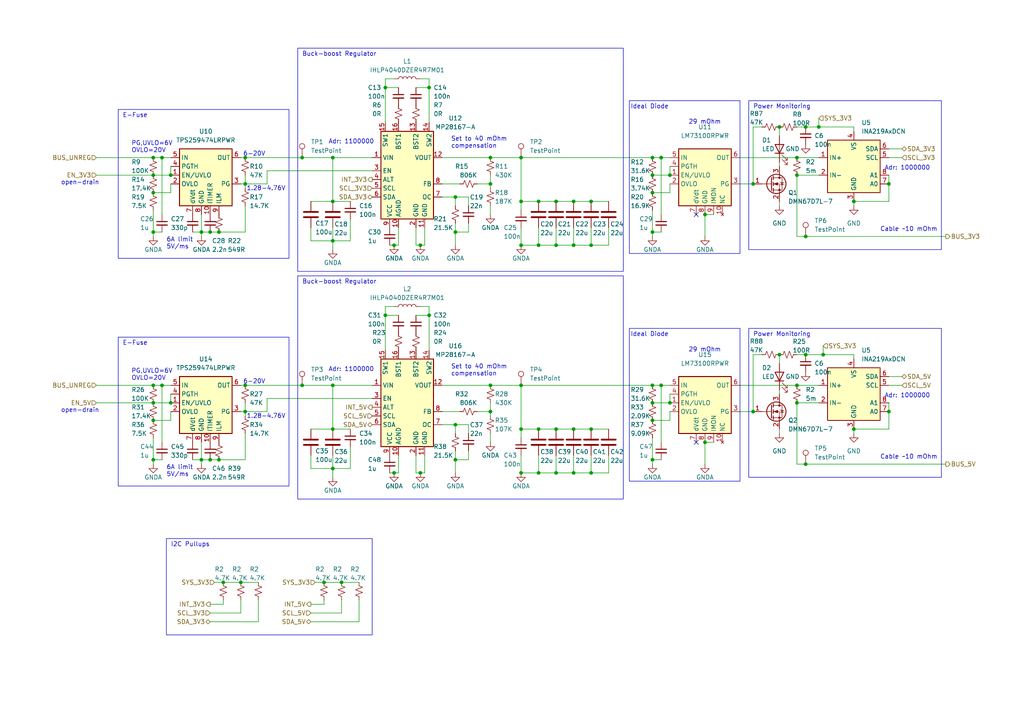
<source format=kicad_sch>
(kicad_sch (version 20230121) (generator eeschema)
  (paper "A4")
  (title_block (title "ESL GSU Top Level Schematic") (date "2024-01-18") (rev "1") (company "Electronic Systems Laboratory"))
  (lib_symbols
    (symbol "Connector:TestPoint" (pin_numbers hide) (pin_names (offset 0.762) hide)
      (property "Reference" "TP" (at 0 6.858 0))
      (property "Value" "TestPoint" (at 0 5.08 0))
      (symbol "TestPoint_1_1"
        (pin passive line (at 0 0 90) (length 2.54) (name "1") (number "1"))
      )
    )
    (symbol "Device:C" (pin_numbers hide) (pin_names (offset 0.254))
      (property "Reference" "C" (at 0.635 2.54 0))
      (property "Value" "C" (at 0.635 -2.54 0))
      (symbol "C_1_1"
        (pin passive line (at 0 3.81 270) (length 2.794) (name "~") (number "1"))
        (pin passive line (at 0 -3.81 90) (length 2.794) (name "~") (number "2"))
      )
    )
    (symbol "Device:C_Small" (pin_numbers hide) (pin_names (offset 0.254) hide)
      (property "Reference" "C" (at 0.254 1.778 0))
      (property "Value" "C_Small" (at 0.254 -2.032 0))
      (symbol "C_Small_1_1"
        (pin passive line (at 0 2.54 270) (length 2.032) (name "~") (number "1"))
        (pin passive line (at 0 -2.54 90) (length 2.032) (name "~") (number "2"))
      )
    )
    (symbol "Device:L" (pin_numbers hide) (pin_names (offset 1.016) hide)
      (property "Reference" "L" (at -1.27 0 90))
      (property "Value" "L" (at 1.905 0 90))
      (symbol "L_1_1"
        (pin passive line (at 0 3.81 270) (length 1.27) (name "1") (number "1"))
        (pin passive line (at 0 -3.81 90) (length 1.27) (name "2") (number "2"))
      )
    )
    (symbol "Device:LED" (pin_numbers hide) (pin_names (offset 1.016) hide)
      (property "Reference" "D" (at 0 2.54 0))
      (property "Value" "LED" (at 0 -2.54 0))
      (symbol "LED_1_1"
        (pin passive line (at -3.81 0 0) (length 2.54) (name "K") (number "1"))
        (pin passive line (at 3.81 0 180) (length 2.54) (name "A") (number "2"))
      )
    )
    (symbol "Device:R_Small_US" (pin_numbers hide) (pin_names (offset 0.254) hide)
      (property "Reference" "R" (at 0.762 0.508 0))
      (property "Value" "R_Small_US" (at 0.762 -1.016 0))
      (symbol "R_Small_US_1_1"
        (pin passive line (at 0 2.54 270) (length 1.016) (name "~") (number "1"))
        (pin passive line (at 0 -2.54 90) (length 1.016) (name "~") (number "2"))
      )
    )
    (symbol "ESLGSU_Parts_Lib:LM73100"
      (property "Reference" "U" (at -7.62 7.62 0))
      (property "Value" "LM73100RPWR" (at 3.81 7.62 0))
      (symbol "LM73100_1_1"
        (pin input line (at -10.16 -1.27 0) (length 2.54) (name "EN/UVLO") (number "1"))
        (pin no_connect line (at 5.08 -12.7 90) (length 2.54) (name "NC") (number "10"))
        (pin input line (at -10.16 -3.81 0) (length 2.54) (name "OVLO") (number "2"))
        (pin open_collector line (at 10.16 -3.81 180) (length 2.54) (name "PG") (number "3"))
        (pin input line (at -10.16 1.27 0) (length 2.54) (name "PGTH") (number "4"))
        (pin power_in line (at -10.16 3.81 0) (length 2.54) (name "IN") (number "5"))
        (pin power_out line (at 10.16 3.81 180) (length 2.54) (name "OUT") (number "6"))
        (pin passive line (at -2.54 -12.7 90) (length 2.54) (name "dVdt") (number "7"))
        (pin power_in line (at 0 -12.7 90) (length 2.54) (name "GND") (number "8"))
        (pin output line (at 2.54 -12.7 90) (length 2.54) (name "IMON") (number "9"))
      )
    )
    (symbol "ESLGSU_Parts_Lib:MP28167-A"
      (property "Reference" "U" (at 16.51 -5.08 0))
      (property "Value" "MP28167-A" (at 20.32 -7.62 0))
      (symbol "MP28167-A_1_1"
        (pin power_in line (at -10.16 7.62 0) (length 2.54) (name "VIN") (number "1"))
        (pin power_in line (at -2.54 -12.7 90) (length 2.54) (name "AGND") (number "10"))
        (pin power_in line (at 5.08 -12.7 90) (length 2.54) (name "GND") (number "11"))
        (pin power_out line (at 10.16 7.62 180) (length 2.54) (name "VOUT") (number "12"))
        (pin passive line (at 2.54 17.78 270) (length 2.54) (name "BST2") (number "13"))
        (pin passive line (at 6.35 17.78 270) (length 2.54) (name "SW2") (number "14"))
        (pin passive line (at -6.35 17.78 270) (length 2.54) (name "SW1") (number "15"))
        (pin passive line (at -2.54 17.78 270) (length 2.54) (name "BST1") (number "16"))
        (pin power_in line (at 2.54 -12.7 90) (length 2.54) (name "GND") (number "2"))
        (pin input line (at -10.16 3.81 0) (length 2.54) (name "EN") (number "3"))
        (pin open_collector line (at -10.16 1.27 0) (length 2.54) (name "ALT") (number "4"))
        (pin input line (at -10.16 -1.27 0) (length 2.54) (name "SCL") (number "5"))
        (pin input line (at -10.16 -3.81 0) (length 2.54) (name "SDA") (number "6"))
        (pin passive line (at 10.16 -3.81 180) (length 2.54) (name "OC") (number "7"))
        (pin input line (at 10.16 0 180) (length 2.54) (name "FB") (number "8"))
        (pin power_in line (at -5.08 -12.7 90) (length 2.54) (name "VCC") (number "9"))
      )
    )
    (symbol "ESLGSU_Parts_Lib:TPS259474ARPWR"
      (property "Reference" "U" (at -5.08 10.16 0))
      (property "Value" "TPS259474LRPWR" (at 11.43 10.16 0))
      (symbol "TPS259474ARPWR_1_1"
        (pin input line (at -10.16 0 0) (length 2.54) (name "EN/UVLO") (number "1"))
        (pin passive line (at 1.27 -11.43 90) (length 2.54) (name "ITIMER") (number "10"))
        (pin input line (at -10.16 -2.54 0) (length 2.54) (name "OVLO") (number "2"))
        (pin open_collector line (at 10.16 -2.54 180) (length 2.54) (name "PG") (number "3"))
        (pin input line (at -10.16 2.54 0) (length 2.54) (name "PGTH") (number "4"))
        (pin power_in line (at -10.16 5.08 0) (length 2.54) (name "IN") (number "5"))
        (pin power_out line (at 10.16 5.08 180) (length 2.54) (name "OUT") (number "6"))
        (pin passive line (at -3.81 -11.43 90) (length 2.54) (name "dVdt") (number "7"))
        (pin power_in line (at -1.27 -11.43 90) (length 2.54) (name "GND") (number "8"))
        (pin output line (at 3.81 -11.43 90) (length 2.54) (name "ILM") (number "9"))
      )
    )
    (symbol "Sensor_Energy:INA219AxDCN"
      (property "Reference" "U" (at -6.35 8.89 0))
      (property "Value" "INA219AxDCN" (at 6.35 8.89 0))
      (symbol "INA219AxDCN_1_1"
        (pin input line (at -10.16 2.54 0) (length 2.54) (name "IN+") (number "1"))
        (pin input line (at -10.16 -2.54 0) (length 2.54) (name "IN-") (number "2"))
        (pin power_in line (at 0 -10.16 90) (length 2.54) (name "GND") (number "3"))
        (pin power_in line (at 0 10.16 270) (length 2.54) (name "VS") (number "4"))
        (pin input line (at 10.16 2.54 180) (length 2.54) (name "SCL") (number "5"))
        (pin bidirectional line (at 10.16 5.08 180) (length 2.54) (name "SDA") (number "6"))
        (pin input line (at 10.16 -5.08 180) (length 2.54) (name "A0") (number "7"))
        (pin input line (at 10.16 -2.54 180) (length 2.54) (name "A1") (number "8"))
      )
    )
    (symbol "Transistor_FET:DMN67D7L" (pin_names hide)
      (property "Reference" "Q" (at 5.08 1.905 0))
      (property "Value" "DMN67D7L" (at 5.08 0 0))
      (symbol "DMN67D7L_1_1"
        (pin input line (at -5.08 0 0) (length 2.54) (name "G") (number "1"))
        (pin passive line (at 2.54 -5.08 90) (length 2.54) (name "S") (number "2"))
        (pin passive line (at 2.54 5.08 270) (length 2.54) (name "D") (number "3"))
      )
    )
    (symbol "power:GND" (power) (pin_names (offset 0))
      (property "Value" "GND" (at 0 -3.81 0))
      (symbol "GND_1_1"
        (pin power_in line (at 0 0 270) (length 0) hide (name "GND") (number "1"))
      )
    )
    (symbol "power:GNDA" (power) (pin_names (offset 0))
      (property "Value" "GNDA" (at 0 -3.81 0))
      (symbol "GNDA_1_1"
        (pin power_in line (at 0 0 270) (length 0) hide (name "GNDA") (number "1"))
      )
    )
  )
  (junction (at 111.76 91.44))
  (junction (at 49.53 50.8))
  (junction (at 238.76 102.87))
  (junction (at 189.23 45.72))
  (junction (at 44.45 121.92))
  (junction (at 156.21 58.42))
  (junction (at 96.52 111.76))
  (junction (at 233.68 36.83))
  (junction (at 166.37 58.42))
  (junction (at 96.52 124.46))
  (junction (at 194.31 50.8))
  (junction (at 204.47 62.23))
  (junction (at 226.06 102.87))
  (junction (at 151.13 111.76))
  (junction (at 64.77 168.91))
  (junction (at 99.06 168.91))
  (junction (at 189.23 116.84))
  (junction (at 151.13 124.46))
  (junction (at 44.45 133.35))
  (junction (at 71.12 119.38))
  (junction (at 121.92 71.12))
  (junction (at 257.81 53.34))
  (junction (at 58.42 133.35))
  (junction (at 247.65 58.42))
  (junction (at 189.23 111.76))
  (junction (at 49.53 116.84))
  (junction (at 191.77 111.76))
  (junction (at 124.46 25.4))
  (junction (at 142.24 53.34))
  (junction (at 189.23 133.35))
  (junction (at 44.45 116.84))
  (junction (at 171.45 58.42))
  (junction (at 237.49 36.83))
  (junction (at 111.76 25.4))
  (junction (at 87.63 45.72))
  (junction (at 151.13 137.16))
  (junction (at 161.29 71.12))
  (junction (at 166.37 137.16))
  (junction (at 96.52 58.42))
  (junction (at 44.45 67.31))
  (junction (at 44.45 111.76))
  (junction (at 161.29 124.46))
  (junction (at 71.12 45.72))
  (junction (at 156.21 124.46))
  (junction (at 96.52 135.89))
  (junction (at 171.45 71.12))
  (junction (at 132.08 133.35))
  (junction (at 156.21 137.16))
  (junction (at 142.24 111.76))
  (junction (at 189.23 67.31))
  (junction (at 121.92 137.16))
  (junction (at 151.13 58.42))
  (junction (at 46.99 45.72))
  (junction (at 142.24 45.72))
  (junction (at 87.63 111.76))
  (junction (at 233.68 102.87))
  (junction (at 96.52 45.72))
  (junction (at 63.5 133.35))
  (junction (at 166.37 124.46))
  (junction (at 151.13 45.72))
  (junction (at 44.45 50.8))
  (junction (at 156.21 71.12))
  (junction (at 46.99 111.76))
  (junction (at 161.29 137.16))
  (junction (at 189.23 121.92))
  (junction (at 132.08 67.31))
  (junction (at 218.44 119.38))
  (junction (at 44.45 45.72))
  (junction (at 226.06 36.83))
  (junction (at 142.24 119.38))
  (junction (at 189.23 55.88))
  (junction (at 60.96 67.31))
  (junction (at 96.52 69.85))
  (junction (at 132.08 57.15))
  (junction (at 257.81 119.38))
  (junction (at 161.29 58.42))
  (junction (at 189.23 50.8))
  (junction (at 60.96 133.35))
  (junction (at 58.42 67.31))
  (junction (at 114.3 137.16))
  (junction (at 132.08 123.19))
  (junction (at 204.47 128.27))
  (junction (at 93.98 168.91))
  (junction (at 71.12 111.76))
  (junction (at 231.14 111.76))
  (junction (at 114.3 71.12))
  (junction (at 44.45 55.88))
  (junction (at 171.45 137.16))
  (junction (at 247.65 124.46))
  (junction (at 233.68 134.62))
  (junction (at 63.5 67.31))
  (junction (at 124.46 91.44))
  (junction (at 233.68 68.58))
  (junction (at 218.44 53.34))
  (junction (at 151.13 71.12))
  (junction (at 166.37 71.12))
  (junction (at 231.14 50.8))
  (junction (at 231.14 45.72))
  (junction (at 171.45 124.46))
  (junction (at 69.85 168.91))
  (junction (at 231.14 116.84))
  (junction (at 71.12 53.34))
  (junction (at 194.31 116.84))
  (junction (at 191.77 45.72))
  (no_connect (at 201.93 128.27))
  (no_connect (at 201.93 62.23))
  (wire (pts (xy 90.17 124.46) (xy 96.52 124.46)))
  (wire (pts (xy 96.52 135.89) (xy 96.52 138.43)))
  (wire (pts (xy 261.62 45.72) (xy 257.81 45.72)))
  (wire (pts (xy 60.96 177.8) (xy 69.85 177.8)))
  (wire (pts (xy 247.65 36.83) (xy 247.65 38.1)))
  (wire (pts (xy 189.23 45.72) (xy 191.77 45.72)))
  (wire (pts (xy 132.08 57.15) (xy 132.08 59.69)))
  (wire (pts (xy 27.94 116.84) (xy 44.45 116.84)))
  (wire (pts (xy 123.19 71.12) (xy 121.92 71.12)))
  (wire (pts (xy 247.65 125.73) (xy 247.65 124.46)))
  (wire (pts (xy 257.81 53.34) (xy 257.81 58.42)))
  (wire (pts (xy 87.63 111.76) (xy 96.52 111.76)))
  (wire (pts (xy 261.62 111.76) (xy 257.81 111.76)))
  (wire (pts (xy 142.24 45.72) (xy 151.13 45.72)))
  (wire (pts (xy 111.76 88.9) (xy 111.76 91.44)))
  (wire (pts (xy 156.21 124.46) (xy 161.29 124.46)))
  (wire (pts (xy 166.37 58.42) (xy 171.45 58.42)))
  (wire (pts (xy 247.65 102.87) (xy 247.65 104.14)))
  (wire (pts (xy 49.53 53.34) (xy 49.53 55.88)))
  (wire (pts (xy 142.24 119.38) (xy 142.24 120.65)))
  (wire (pts (xy 142.24 59.69) (xy 142.24 62.23)))
  (wire (pts (xy 214.63 119.38) (xy 218.44 119.38)))
  (wire (pts (xy 233.68 68.58) (xy 274.32 68.58)))
  (wire (pts (xy 71.12 59.69) (xy 71.12 67.31)))
  (wire (pts (xy 238.76 102.87) (xy 247.65 102.87)))
  (wire (pts (xy 114.3 137.16) (xy 113.03 137.16)))
  (wire (pts (xy 101.6 135.89) (xy 101.6 129.54)))
  (wire (pts (xy 71.12 119.38) (xy 71.12 120.65)))
  (wire (pts (xy 46.99 111.76) (xy 46.99 128.27)))
  (wire (pts (xy 156.21 71.12) (xy 161.29 71.12)))
  (wire (pts (xy 132.08 67.31) (xy 132.08 64.77)))
  (wire (pts (xy 231.14 50.8) (xy 231.14 68.58)))
  (wire (pts (xy 111.76 91.44) (xy 111.76 101.6)))
  (wire (pts (xy 49.53 114.3) (xy 49.53 116.84)))
  (wire (pts (xy 93.98 168.91) (xy 99.06 168.91)))
  (wire (pts (xy 231.14 134.62) (xy 233.68 134.62)))
  (wire (pts (xy 194.31 48.26) (xy 194.31 50.8)))
  (wire (pts (xy 111.76 25.4) (xy 115.57 25.4)))
  (wire (pts (xy 189.23 133.35) (xy 189.23 134.62)))
  (wire (pts (xy 121.92 22.86) (xy 124.46 22.86)))
  (wire (pts (xy 46.99 45.72) (xy 49.53 45.72)))
  (wire (pts (xy 114.3 88.9) (xy 111.76 88.9)))
  (wire (pts (xy 90.17 175.26) (xy 93.98 175.26)))
  (wire (pts (xy 151.13 124.46) (xy 151.13 111.76)))
  (wire (pts (xy 71.12 111.76) (xy 87.63 111.76)))
  (wire (pts (xy 96.52 111.76) (xy 96.52 124.46)))
  (wire (pts (xy 135.89 123.19) (xy 132.08 123.19)))
  (wire (pts (xy 138.43 119.38) (xy 142.24 119.38)))
  (wire (pts (xy 96.52 58.42) (xy 101.6 58.42)))
  (wire (pts (xy 58.42 128.27) (xy 58.42 133.35)))
  (wire (pts (xy 189.23 127) (xy 189.23 133.35)))
  (wire (pts (xy 107.95 49.53) (xy 77.47 49.53)))
  (wire (pts (xy 49.53 55.88) (xy 44.45 55.88)))
  (wire (pts (xy 71.12 45.72) (xy 87.63 45.72)))
  (wire (pts (xy 69.85 53.34) (xy 71.12 53.34)))
  (wire (pts (xy 49.53 119.38) (xy 49.53 121.92)))
  (wire (pts (xy 156.21 132.08) (xy 156.21 137.16)))
  (wire (pts (xy 120.65 91.44) (xy 124.46 91.44)))
  (wire (pts (xy 69.85 111.76) (xy 71.12 111.76)))
  (wire (pts (xy 226.06 46.99) (xy 226.06 48.26)))
  (wire (pts (xy 231.14 45.72) (xy 237.49 45.72)))
  (wire (pts (xy 214.63 111.76) (xy 231.14 111.76)))
  (wire (pts (xy 156.21 58.42) (xy 161.29 58.42)))
  (wire (pts (xy 191.77 45.72) (xy 191.77 62.23)))
  (wire (pts (xy 77.47 53.34) (xy 71.12 53.34)))
  (wire (pts (xy 189.23 67.31) (xy 191.77 67.31)))
  (wire (pts (xy 189.23 111.76) (xy 191.77 111.76)))
  (wire (pts (xy 96.52 69.85) (xy 96.52 72.39)))
  (wire (pts (xy 90.17 177.8) (xy 99.06 177.8)))
  (wire (pts (xy 161.29 71.12) (xy 166.37 71.12)))
  (wire (pts (xy 58.42 133.35) (xy 58.42 134.62)))
  (wire (pts (xy 107.95 115.57) (xy 77.47 115.57)))
  (wire (pts (xy 90.17 132.08) (xy 90.17 135.89)))
  (wire (pts (xy 204.47 62.23) (xy 204.47 68.58)))
  (wire (pts (xy 220.98 36.83) (xy 218.44 36.83)))
  (wire (pts (xy 231.14 50.8) (xy 237.49 50.8)))
  (wire (pts (xy 142.24 125.73) (xy 142.24 128.27)))
  (wire (pts (xy 171.45 137.16) (xy 171.45 132.08)))
  (wire (pts (xy 44.45 133.35) (xy 44.45 134.62)))
  (wire (pts (xy 166.37 71.12) (xy 166.37 66.04)))
  (wire (pts (xy 58.42 67.31) (xy 58.42 68.58)))
  (wire (pts (xy 69.85 168.91) (xy 74.93 168.91)))
  (wire (pts (xy 238.76 100.33) (xy 238.76 102.87)))
  (wire (pts (xy 60.96 67.31) (xy 63.5 67.31)))
  (wire (pts (xy 46.99 45.72) (xy 46.99 62.23)))
  (wire (pts (xy 69.85 177.8) (xy 69.85 173.99)))
  (wire (pts (xy 214.63 53.34) (xy 218.44 53.34)))
  (wire (pts (xy 214.63 45.72) (xy 231.14 45.72)))
  (wire (pts (xy 27.94 111.76) (xy 44.45 111.76)))
  (wire (pts (xy 231.14 102.87) (xy 233.68 102.87)))
  (wire (pts (xy 220.98 102.87) (xy 218.44 102.87)))
  (wire (pts (xy 44.45 67.31) (xy 44.45 68.58)))
  (wire (pts (xy 71.12 116.84) (xy 71.12 119.38)))
  (wire (pts (xy 135.89 57.15) (xy 132.08 57.15)))
  (wire (pts (xy 60.96 175.26) (xy 64.77 175.26)))
  (wire (pts (xy 44.45 133.35) (xy 46.99 133.35)))
  (wire (pts (xy 176.53 71.12) (xy 176.53 66.04)))
  (wire (pts (xy 64.77 175.26) (xy 64.77 173.99)))
  (wire (pts (xy 44.45 67.31) (xy 46.99 67.31)))
  (wire (pts (xy 90.17 135.89) (xy 96.52 135.89)))
  (wire (pts (xy 132.08 133.35) (xy 132.08 137.16)))
  (wire (pts (xy 132.08 133.35) (xy 132.08 130.81)))
  (wire (pts (xy 121.92 88.9) (xy 124.46 88.9)))
  (wire (pts (xy 44.45 111.76) (xy 46.99 111.76)))
  (wire (pts (xy 55.88 133.35) (xy 58.42 133.35)))
  (wire (pts (xy 69.85 45.72) (xy 71.12 45.72)))
  (wire (pts (xy 99.06 177.8) (xy 99.06 173.99)))
  (wire (pts (xy 71.12 133.35) (xy 63.5 133.35)))
  (wire (pts (xy 142.24 53.34) (xy 142.24 54.61)))
  (wire (pts (xy 191.77 111.76) (xy 194.31 111.76)))
  (wire (pts (xy 226.06 58.42) (xy 226.06 59.69)))
  (wire (pts (xy 49.53 121.92) (xy 44.45 121.92)))
  (wire (pts (xy 90.17 69.85) (xy 96.52 69.85)))
  (wire (pts (xy 77.47 115.57) (xy 77.47 119.38)))
  (wire (pts (xy 176.53 137.16) (xy 176.53 132.08)))
  (wire (pts (xy 135.89 125.73) (xy 135.89 123.19)))
  (wire (pts (xy 58.42 62.23) (xy 58.42 67.31)))
  (wire (pts (xy 189.23 116.84) (xy 194.31 116.84)))
  (wire (pts (xy 120.65 66.04) (xy 120.65 71.12)))
  (wire (pts (xy 151.13 111.76) (xy 189.23 111.76)))
  (wire (pts (xy 218.44 102.87) (xy 218.44 119.38)))
  (wire (pts (xy 231.14 36.83) (xy 233.68 36.83)))
  (wire (pts (xy 191.77 111.76) (xy 191.77 128.27)))
  (wire (pts (xy 171.45 137.16) (xy 176.53 137.16)))
  (wire (pts (xy 44.45 45.72) (xy 46.99 45.72)))
  (wire (pts (xy 128.27 119.38) (xy 133.35 119.38)))
  (wire (pts (xy 247.65 59.69) (xy 247.65 58.42)))
  (wire (pts (xy 132.08 67.31) (xy 135.89 67.31)))
  (wire (pts (xy 58.42 67.31) (xy 60.96 67.31)))
  (wire (pts (xy 233.68 102.87) (xy 238.76 102.87)))
  (wire (pts (xy 128.27 57.15) (xy 132.08 57.15)))
  (wire (pts (xy 226.06 102.87) (xy 226.06 105.41)))
  (wire (pts (xy 120.65 132.08) (xy 120.65 137.16)))
  (wire (pts (xy 96.52 45.72) (xy 96.52 58.42)))
  (wire (pts (xy 237.49 36.83) (xy 247.65 36.83)))
  (wire (pts (xy 77.47 119.38) (xy 71.12 119.38)))
  (wire (pts (xy 189.23 67.31) (xy 189.23 68.58)))
  (wire (pts (xy 135.89 59.69) (xy 135.89 57.15)))
  (wire (pts (xy 257.81 58.42) (xy 247.65 58.42)))
  (wire (pts (xy 123.19 137.16) (xy 121.92 137.16)))
  (wire (pts (xy 71.12 50.8) (xy 71.12 53.34)))
  (wire (pts (xy 233.68 36.83) (xy 237.49 36.83)))
  (wire (pts (xy 151.13 60.96) (xy 151.13 58.42)))
  (wire (pts (xy 121.92 71.12) (xy 120.65 71.12)))
  (wire (pts (xy 166.37 137.16) (xy 166.37 132.08)))
  (wire (pts (xy 135.89 67.31) (xy 135.89 64.77)))
  (wire (pts (xy 204.47 128.27) (xy 207.01 128.27)))
  (wire (pts (xy 226.06 36.83) (xy 226.06 39.37)))
  (wire (pts (xy 77.47 49.53) (xy 77.47 53.34)))
  (wire (pts (xy 115.57 66.04) (xy 115.57 71.12)))
  (wire (pts (xy 60.96 133.35) (xy 63.5 133.35)))
  (wire (pts (xy 261.62 43.18) (xy 257.81 43.18)))
  (wire (pts (xy 226.06 124.46) (xy 226.06 125.73)))
  (wire (pts (xy 171.45 58.42) (xy 176.53 58.42)))
  (wire (pts (xy 49.53 48.26) (xy 49.53 50.8)))
  (wire (pts (xy 111.76 22.86) (xy 111.76 25.4)))
  (wire (pts (xy 128.27 45.72) (xy 142.24 45.72)))
  (wire (pts (xy 58.42 133.35) (xy 60.96 133.35)))
  (wire (pts (xy 257.81 116.84) (xy 257.81 119.38)))
  (wire (pts (xy 44.45 50.8) (xy 49.53 50.8)))
  (wire (pts (xy 46.99 111.76) (xy 49.53 111.76)))
  (wire (pts (xy 189.23 50.8) (xy 194.31 50.8)))
  (wire (pts (xy 218.44 36.83) (xy 218.44 53.34)))
  (wire (pts (xy 171.45 124.46) (xy 176.53 124.46)))
  (wire (pts (xy 128.27 53.34) (xy 133.35 53.34)))
  (wire (pts (xy 132.08 67.31) (xy 132.08 71.12)))
  (wire (pts (xy 71.12 67.31) (xy 63.5 67.31)))
  (wire (pts (xy 114.3 71.12) (xy 113.03 71.12)))
  (wire (pts (xy 161.29 58.42) (xy 166.37 58.42)))
  (wire (pts (xy 226.06 113.03) (xy 226.06 114.3)))
  (wire (pts (xy 124.46 88.9) (xy 124.46 91.44)))
  (wire (pts (xy 115.57 132.08) (xy 115.57 137.16)))
  (wire (pts (xy 27.94 45.72) (xy 44.45 45.72)))
  (wire (pts (xy 194.31 121.92) (xy 189.23 121.92)))
  (wire (pts (xy 231.14 116.84) (xy 237.49 116.84)))
  (wire (pts (xy 132.08 123.19) (xy 132.08 125.73)))
  (wire (pts (xy 156.21 137.16) (xy 161.29 137.16)))
  (wire (pts (xy 151.13 58.42) (xy 151.13 45.72)))
  (wire (pts (xy 111.76 25.4) (xy 111.76 35.56)))
  (wire (pts (xy 60.96 180.34) (xy 74.93 180.34)))
  (wire (pts (xy 151.13 127) (xy 151.13 124.46)))
  (wire (pts (xy 194.31 114.3) (xy 194.31 116.84)))
  (wire (pts (xy 257.81 124.46) (xy 247.65 124.46)))
  (wire (pts (xy 257.81 50.8) (xy 257.81 53.34)))
  (wire (pts (xy 96.52 45.72) (xy 107.95 45.72)))
  (wire (pts (xy 96.52 124.46) (xy 101.6 124.46)))
  (wire (pts (xy 171.45 71.12) (xy 176.53 71.12)))
  (wire (pts (xy 120.65 25.4) (xy 124.46 25.4)))
  (wire (pts (xy 161.29 137.16) (xy 161.29 132.08)))
  (wire (pts (xy 44.45 60.96) (xy 44.45 67.31)))
  (wire (pts (xy 237.49 34.29) (xy 237.49 36.83)))
  (wire (pts (xy 156.21 66.04) (xy 156.21 71.12)))
  (wire (pts (xy 44.45 127) (xy 44.45 133.35)))
  (wire (pts (xy 71.12 53.34) (xy 71.12 54.61)))
  (wire (pts (xy 27.94 50.8) (xy 44.45 50.8)))
  (wire (pts (xy 151.13 45.72) (xy 189.23 45.72)))
  (wire (pts (xy 123.19 66.04) (xy 123.19 71.12)))
  (wire (pts (xy 142.24 111.76) (xy 151.13 111.76)))
  (wire (pts (xy 91.44 168.91) (xy 93.98 168.91)))
  (wire (pts (xy 138.43 53.34) (xy 142.24 53.34)))
  (wire (pts (xy 151.13 124.46) (xy 156.21 124.46)))
  (wire (pts (xy 64.77 168.91) (xy 69.85 168.91)))
  (wire (pts (xy 93.98 175.26) (xy 93.98 173.99)))
  (wire (pts (xy 156.21 71.12) (xy 151.13 71.12)))
  (wire (pts (xy 44.45 116.84) (xy 49.53 116.84)))
  (wire (pts (xy 115.57 71.12) (xy 114.3 71.12)))
  (wire (pts (xy 204.47 128.27) (xy 204.47 134.62)))
  (wire (pts (xy 111.76 91.44) (xy 115.57 91.44)))
  (wire (pts (xy 69.85 119.38) (xy 71.12 119.38)))
  (wire (pts (xy 231.14 111.76) (xy 237.49 111.76)))
  (wire (pts (xy 123.19 132.08) (xy 123.19 137.16)))
  (wire (pts (xy 191.77 45.72) (xy 194.31 45.72)))
  (wire (pts (xy 96.52 135.89) (xy 101.6 135.89)))
  (wire (pts (xy 71.12 125.73) (xy 71.12 133.35)))
  (wire (pts (xy 124.46 22.86) (xy 124.46 25.4)))
  (wire (pts (xy 90.17 66.04) (xy 90.17 69.85)))
  (wire (pts (xy 114.3 22.86) (xy 111.76 22.86)))
  (wire (pts (xy 142.24 116.84) (xy 142.24 119.38)))
  (wire (pts (xy 166.37 124.46) (xy 171.45 124.46)))
  (wire (pts (xy 161.29 71.12) (xy 161.29 66.04)))
  (wire (pts (xy 194.31 53.34) (xy 194.31 55.88)))
  (wire (pts (xy 101.6 69.85) (xy 101.6 63.5)))
  (wire (pts (xy 194.31 55.88) (xy 189.23 55.88)))
  (wire (pts (xy 96.52 66.04) (xy 96.52 69.85)))
  (wire (pts (xy 189.23 133.35) (xy 191.77 133.35)))
  (wire (pts (xy 194.31 119.38) (xy 194.31 121.92)))
  (wire (pts (xy 121.92 137.16) (xy 120.65 137.16)))
  (wire (pts (xy 166.37 137.16) (xy 171.45 137.16)))
  (wire (pts (xy 96.52 69.85) (xy 101.6 69.85)))
  (wire (pts (xy 132.08 133.35) (xy 135.89 133.35)))
  (wire (pts (xy 115.57 137.16) (xy 114.3 137.16)))
  (wire (pts (xy 231.14 68.58) (xy 233.68 68.58)))
  (wire (pts (xy 161.29 124.46) (xy 166.37 124.46)))
  (wire (pts (xy 261.62 109.22) (xy 257.81 109.22)))
  (wire (pts (xy 189.23 60.96) (xy 189.23 67.31)))
  (wire (pts (xy 87.63 45.72) (xy 96.52 45.72)))
  (wire (pts (xy 90.17 58.42) (xy 96.52 58.42)))
  (wire (pts (xy 62.23 168.91) (xy 64.77 168.91)))
  (wire (pts (xy 96.52 111.76) (xy 107.95 111.76)))
  (wire (pts (xy 96.52 132.08) (xy 96.52 135.89)))
  (wire (pts (xy 142.24 50.8) (xy 142.24 53.34)))
  (wire (pts (xy 161.29 137.16) (xy 166.37 137.16)))
  (wire (pts (xy 171.45 71.12) (xy 171.45 66.04)))
  (wire (pts (xy 124.46 91.44) (xy 124.46 101.6)))
  (wire (pts (xy 90.17 180.34) (xy 104.14 180.34)))
  (wire (pts (xy 99.06 168.91) (xy 104.14 168.91)))
  (wire (pts (xy 156.21 137.16) (xy 151.13 137.16)))
  (wire (pts (xy 151.13 71.12) (xy 151.13 66.04)))
  (wire (pts (xy 166.37 71.12) (xy 171.45 71.12)))
  (wire (pts (xy 151.13 58.42) (xy 156.21 58.42)))
  (wire (pts (xy 128.27 111.76) (xy 142.24 111.76)))
  (wire (pts (xy 231.14 116.84) (xy 231.14 134.62)))
  (wire (pts (xy 104.14 180.34) (xy 104.14 173.99)))
  (wire (pts (xy 135.89 133.35) (xy 135.89 130.81)))
  (wire (pts (xy 128.27 123.19) (xy 132.08 123.19)))
  (wire (pts (xy 257.81 119.38) (xy 257.81 124.46)))
  (wire (pts (xy 124.46 25.4) (xy 124.46 35.56)))
  (wire (pts (xy 233.68 134.62) (xy 274.32 134.62)))
  (wire (pts (xy 204.47 62.23) (xy 207.01 62.23)))
  (wire (pts (xy 55.88 67.31) (xy 58.42 67.31)))
  (wire (pts (xy 74.93 180.34) (xy 74.93 173.99)))
  (wire (pts (xy 151.13 137.16) (xy 151.13 132.08)))
  (rectangle (start 34.29 31.75) (end 83.82 74.93))
  (rectangle (start 182.536 95.25) (end 214.63 139.557))
  (rectangle (start 217.17 95.25) (end 273.05 138.43))
  (rectangle (start 217.17 29.21) (end 273.05 72.39))
  (rectangle (start 48.26 156.21) (end 107.95 184.15))
  (rectangle (start 34.29 97.79) (end 83.82 140.97))
  (rectangle (start 182.536 29.21) (end 214.63 73.517))
  (rectangle (start 86.36 13.97) (end 180.779 78.7114))
  (rectangle (start 86.36 80.01) (end 180.779 144.7514))
  (text "1.28-4.76V" (at 71.5268 55.4919 0) (effects (font (size 1.27 1.27)) (justify left bottom)))
  (text "open-drain" (at 17.6589 53.7768 0) (effects (font (size 1.27 1.27)) (justify left bottom)))
  (text "Cable ~10 mOhm" (at 255.27 133.35 0) (effects (font (size 1.27 1.27)) (justify left bottom)))
  (text "E-Fuse" (at 35.56 34.29 0) (effects (font (size 1.27 1.27)) (justify left bottom)))
  (text "Adr: 1100000" (at 95.25 41.91 0) (effects (font (size 1.27 1.27)) (justify left bottom)))
  (text "Ideal Diode\n" (at 182.88 97.79 0) (effects (font (size 1.27 1.27)) (justify left bottom)))
  (text "1.28-4.76V" (at 71.5268 121.5319 0) (effects (font (size 1.27 1.27)) (justify left bottom)))
  (text "Cable ~10 mOhm" (at 255.27 67.31 0) (effects (font (size 1.27 1.27)) (justify left bottom)))
  (text "6A limit\n5V/ms" (at 48.26 72.39 0) (effects (font (size 1.27 1.27)) (justify left bottom)))
  (text "Adr: 1000000" (at 256.54 115.57 0) (effects (font (size 1.27 1.27)) (justify left bottom)))
  (text "Power Monitoring" (at 218.44 31.75 0) (effects (font (size 1.27 1.27)) (justify left bottom)))
  (text "E-Fuse" (at 35.56 100.33 0) (effects (font (size 1.27 1.27)) (justify left bottom)))
  (text "6A limit\n5V/ms" (at 48.26 138.43 0) (effects (font (size 1.27 1.27)) (justify left bottom)))
  (text "Buck-boost Regulator" (at 87.63 82.55 0) (effects (font (size 1.27 1.27)) (justify left bottom)))
  (text "29 mOhm" (at 199.6843 36.2101 0) (effects (font (size 1.27 1.27)) (justify left bottom)))
  (text "Power Monitoring" (at 218.44 97.79 0) (effects (font (size 1.27 1.27)) (justify left bottom)))
  (text "open-drain" (at 17.6589 119.8168 0) (effects (font (size 1.27 1.27)) (justify left bottom)))
  (text "Adr: 1100000" (at 95.25 107.95 0) (effects (font (size 1.27 1.27)) (justify left bottom)))
  (text "Adr: 1000000" (at 256.54 49.53 0) (effects (font (size 1.27 1.27)) (justify left bottom)))
  (text "Set to 40 mOhm\ncompensation" (at 130.81 109.22 0) (effects (font (size 1.27 1.27)) (justify left bottom)))
  (text "29 mOhm" (at 199.6843 102.2501 0) (effects (font (size 1.27 1.27)) (justify left bottom)))
  (text "PG,UVLO=6V\nOVLO=20V" (at 38.1 110.49 0) (effects (font (size 1.27 1.27)) (justify left bottom)))
  (text "PG,UVLO=6V\nOVLO=20V" (at 38.1 44.45 0) (effects (font (size 1.27 1.27)) (justify left bottom)))
  (text "Set to 40 mOhm\ncompensation" (at 130.81 43.18 0) (effects (font (size 1.27 1.27)) (justify left bottom)))
  (text "I2C Pullups" (at 49.53 158.75 0) (effects (font (size 1.27 1.27)) (justify left bottom)))
  (text "Buck-boost Regulator" (at 87.63 16.51 0) (effects (font (size 1.27 1.27)) (justify left bottom)))
  (text "6-20V" (at 70.5168 111.5039 0) (effects (font (size 1.27 1.27)) (justify left bottom)))
  (text "6-20V" (at 70.5168 45.4639 0) (effects (font (size 1.27 1.27)) (justify left bottom)))
  (text "Ideal Diode\n" (at 182.88 31.75 0) (effects (font (size 1.27 1.27)) (justify left bottom)))
  (hierarchical_label "SCL_5V" (shape input) (at 107.95 120.65 180))
  (hierarchical_label "EN_3V3" (shape input) (at 27.94 50.8 180))
  (hierarchical_label "SYS_3V3" (shape input) (at 62.23 168.91 180))
  (hierarchical_label "INT_5V" (shape output) (at 107.95 118.11 180))
  (hierarchical_label "SCL_3V3" (shape input) (at 107.95 54.61 180))
  (hierarchical_label "BUS_UNREG" (shape input) (at 27.94 45.72 180))
  (hierarchical_label "INT_3V3" (shape output) (at 60.96 175.26 180))
  (hierarchical_label "SDA_5V" (shape bidirectional) (at 261.62 109.22 0))
  (hierarchical_label "INT_3V3" (shape output) (at 107.95 52.07 180))
  (hierarchical_label "SDA_5V" (shape bidirectional) (at 90.17 180.34 180))
  (hierarchical_label "SCL_3V3" (shape input) (at 60.96 177.8 180))
  (hierarchical_label "SDA_3V3" (shape bidirectional) (at 261.62 43.18 0))
  (hierarchical_label "SCL_5V" (shape input) (at 90.17 177.8 180))
  (hierarchical_label "SDA_3V3" (shape bidirectional) (at 107.95 57.15 180))
  (hierarchical_label "EN_5V" (shape input) (at 27.94 116.84 180))
  (hierarchical_label "INT_5V" (shape output) (at 90.17 175.26 180))
  (hierarchical_label "SYS_3V3" (shape input) (at 237.49 34.29 0))
  (hierarchical_label "SCL_5V" (shape input) (at 261.62 111.76 0))
  (hierarchical_label "SYS_3V3" (shape input) (at 91.44 168.91 180))
  (hierarchical_label "SCL_3V3" (shape input) (at 261.62 45.72 0))
  (hierarchical_label "SDA_5V" (shape bidirectional) (at 107.95 123.19 180))
  (hierarchical_label "SDA_3V3" (shape bidirectional) (at 60.96 180.34 180))
  (hierarchical_label "SYS_3V3" (shape input) (at 238.76 100.33 0))
  (hierarchical_label "BUS_UNREG" (shape input) (at 27.94 111.76 180))
  (hierarchical_label "BUS_3V3" (shape output) (at 274.32 68.58 0))
  (hierarchical_label "BUS_5V" (shape output) (at 274.32 134.62 0))
  (symbol (lib_id "Device:R_Small_US") (at 223.52 36.83 270) (unit 1)
    (property "Reference" "R87" (at 217.4449 32.9491 90) (effects (justify left)))
    (property "Value" "47K" (at 217.4449 35.4891 90) (effects (justify left)))
    (property "Footprint" "Resistor_SMD:R_0603_1608Metric" (effects hide))
  )
  (symbol (lib_id "power:GNDA") (at 189.23 68.58 0) (unit 1)
    (property "Reference" "#PWR025" (effects hide))
    (property "Value" "GNDA" (at 189.23 72.39 0))
  )
  (symbol (lib_id "Device:C_Small") (at 120.65 27.94 0) (unit 1)
    (property "Reference" "C14" (at 125.73 25.4 0) (effects (justify left)))
    (property "Value" "100n" (at 125.73 27.94 0) (effects (justify left)))
    (property "Footprint" "Capacitor_SMD:C_0603_1608Metric" (effects hide))
  )
  (symbol (lib_id "Device:R_Small_US") (at 142.24 48.26 0) (unit 1)
    (property "Reference" "R11" (at 143.51 48.26 0) (effects (justify left)))
    (property "Value" "430K" (at 143.51 50.8 0) (effects (justify left)))
    (property "Footprint" "Resistor_SMD:R_0603_1608Metric" (effects hide))
  )
  (symbol (lib_id "Device:C_Small") (at 55.88 64.77 0) (unit 1)
    (property "Reference" "C27" (at 49.53 63.5 0) (effects (justify left)))
    (property "Value" "330p" (at 49.53 66.04 0) (effects (justify left)))
    (property "Footprint" "Capacitor_SMD:C_0603_1608Metric" (effects hide))
  )
  (symbol (lib_id "power:GND") (at 226.06 125.73 0) (unit 1)
    (property "Reference" "#PWR09" (effects hide))
    (property "Value" "GND" (at 226.06 130.81 0))
    (instances (project "ESLGSU" (path "" (reference "#PWR09") (unit 1)) (path "" (reference "#PWR033") (unit 1))))
  )
  (symbol (lib_id "power:GNDA") (at 151.13 137.16 0) (unit 1)
    (property "Reference" "#PWR043" (effects hide))
    (property "Value" "GNDA" (at 151.13 140.97 0))
  )
  (symbol (lib_id "Device:L") (at 118.11 22.86 90) (unit 1)
    (property "Reference" "L1" (at 118.11 17.78 90))
    (property "Value" "IHLP4040DZER4R7M01" (at 118.11 20.32 90))
    (property "Footprint" "Inductor_SMD:L_Vishay_IHLP-4040" (effects hide))
  )
  (symbol (lib_id "power:GNDA") (at 132.08 71.12 0) (unit 1)
    (property "Reference" "#PWR029" (effects hide))
    (property "Value" "GNDA" (at 132.08 74.93 0))
  )
  (symbol (lib_id "power:GNDA") (at 96.52 72.39 0) (unit 1)
    (property "Reference" "#PWR031" (effects hide))
    (property "Value" "GNDA" (at 96.52 76.2 0))
  )
  (symbol (lib_id "Device:C") (at 156.21 128.27 0) (unit 1)
    (property "Reference" "C38" (at 156.6714 131.0413 0) (effects (justify left)))
    (property "Value" "22u" (at 156.6714 133.5813 0) (effects (justify left)))
    (property "Footprint" "Capacitor_SMD:C_0805_2012Metric" (effects hide))
  )
  (symbol (lib_id "Device:C_Small") (at 101.6 127 0) (unit 1)
    (property "Reference" "C34" (at 104.14 125.73 0) (effects (justify left)))
    (property "Value" "100n" (at 104.14 128.27 0) (effects (justify left)))
    (property "Footprint" "Capacitor_SMD:C_0603_1608Metric" (effects hide))
  )
  (symbol (lib_id "Device:C_Small") (at 233.68 105.41 0) (unit 1)
    (property "Reference" "C6" (at 236.22 105.41 0) (effects (justify left)))
    (property "Value" "100n" (at 236.22 107.95 0) (effects (justify left)))
    (property "Footprint" "Capacitor_SMD:C_0603_1608Metric" (effects hide))
    (instances (project "ESLGSU" (path "" (reference "C6") (unit 1)) (path "" (reference "C33") (unit 1))))
  )
  (symbol (lib_id "Connector:TestPoint") (at 87.63 111.76 0) (unit 1)
    (property "Reference" "TP3" (at 90.17 107.188 0) (effects (justify left)))
    (property "Value" "TestPoint" (at 90.17 109.728 0) (effects (justify left)))
    (property "Footprint" "TestPoint:TestPoint_Pad_D2.0mm" (effects hide))
  )
  (symbol (lib_id "Device:C_Small") (at 233.68 39.37 0) (unit 1)
    (property "Reference" "C6" (at 236.22 39.37 0) (effects (justify left)))
    (property "Value" "100n" (at 236.22 41.91 0) (effects (justify left)))
    (property "Footprint" "Capacitor_SMD:C_0603_1608Metric" (effects hide))
    (instances (project "ESLGSU" (path "" (reference "C6") (unit 1)) (path "" (reference "C15") (unit 1))))
  )
  (symbol (lib_id "Device:R_Small_US") (at 44.45 119.38 0) (unit 1)
    (property "Reference" "R31" (at 38.1 118.11 0) (effects (justify left)))
    (property "Value" "17.4K" (at 38.1 120.65 0) (effects (justify left)))
    (property "Footprint" "Resistor_SMD:R_0603_1608Metric" (effects hide))
  )
  (symbol (lib_id "power:GNDA") (at 96.52 138.43 0) (unit 1)
    (property "Reference" "#PWR044" (effects hide))
    (property "Value" "GNDA" (at 96.52 142.24 0))
  )
  (symbol (lib_id "Device:C_Small") (at 115.57 27.94 0) (unit 1)
    (property "Reference" "C13" (at 106.68 25.4 0) (effects (justify left)))
    (property "Value" "100n" (at 106.68 27.94 0) (effects (justify left)))
    (property "Footprint" "Capacitor_SMD:C_0603_1608Metric" (effects hide))
  )
  (symbol (lib_id "Device:C_Small") (at 191.77 130.81 0) (unit 1)
    (property "Reference" "C47" (at 185.42 129.54 0) (effects (justify left)))
    (property "Value" "1u" (at 185.42 132.08 0) (effects (justify left)))
    (property "Footprint" "Capacitor_SMD:C_0603_1608Metric" (effects hide))
  )
  (symbol (lib_id "Device:C_Small") (at 101.6 60.96 0) (unit 1)
    (property "Reference" "C16" (at 104.14 59.69 0) (effects (justify left)))
    (property "Value" "100n" (at 104.14 62.23 0) (effects (justify left)))
    (property "Footprint" "Capacitor_SMD:C_0603_1608Metric" (effects hide))
  )
  (symbol (lib_id "Device:R_Small_US") (at 44.45 58.42 0) (unit 1)
    (property "Reference" "R19" (at 38.1 57.15 0) (effects (justify left)))
    (property "Value" "7.5K" (at 38.1 59.69 0) (effects (justify left)))
    (property "Footprint" "Resistor_SMD:R_0603_1608Metric" (effects hide))
  )
  (symbol (lib_id "Device:R_Small_US") (at 223.52 102.87 270) (unit 1)
    (property "Reference" "R88" (at 217.4449 98.9891 90) (effects (justify left)))
    (property "Value" "47K" (at 217.4449 101.5291 90) (effects (justify left)))
    (property "Footprint" "Resistor_SMD:R_0603_1608Metric" (effects hide))
  )
  (symbol (lib_id "Device:C") (at 161.29 62.23 0) (unit 1)
    (property "Reference" "C21" (at 161.7514 65.0013 0) (effects (justify left)))
    (property "Value" "22u" (at 161.7514 67.5413 0) (effects (justify left)))
    (property "Footprint" "Capacitor_SMD:C_0805_2012Metric" (effects hide))
  )
  (symbol (lib_id "power:GNDA") (at 121.92 137.16 0) (unit 1)
    (property "Reference" "#PWR041" (effects hide))
    (property "Value" "GNDA" (at 121.92 140.97 0))
  )
  (symbol (lib_id "Device:R_Small_US") (at 71.12 57.15 0) (unit 1)
    (property "Reference" "R17" (at 72.39 57.15 0) (effects (justify left)))
    (property "Value" "14.7K" (at 72.39 59.69 0) (effects (justify left)))
    (property "Footprint" "Resistor_SMD:R_0603_1608Metric" (effects hide))
  )
  (symbol (lib_id "Device:L") (at 118.11 88.9 90) (unit 1)
    (property "Reference" "L2" (at 118.11 83.82 90))
    (property "Value" "IHLP4040DZER4R7M01" (at 118.11 86.36 90))
    (property "Footprint" "Inductor_SMD:L_Vishay_IHLP-4040" (effects hide))
  )
  (symbol (lib_id "Device:C") (at 96.52 128.27 0) (unit 1)
    (property "Reference" "C36" (at 96.9814 131.0413 0) (effects (justify left)))
    (property "Value" "22u" (at 96.9814 133.5813 0) (effects (justify left)))
    (property "Footprint" "Capacitor_SMD:C_0805_2012Metric" (effects hide))
  )
  (symbol (lib_id "Device:C") (at 90.17 128.27 0) (unit 1)
    (property "Reference" "C35" (at 91.44 130.81 0) (effects (justify left)))
    (property "Value" "100u" (at 91.44 133.35 0) (effects (justify left)))
    (property "Footprint" "Capacitor_SMD:CP_Elec_6.3x7.7" (effects hide))
  )
  (symbol (lib_id "Device:R_Small_US") (at 104.14 171.45 0) (unit 1)
    (property "Reference" "R2" (at 101.6 165.1 0) (effects (justify left)))
    (property "Value" "4.7K" (at 101.6 167.64 0) (effects (justify left)))
    (property "Footprint" "Resistor_SMD:R_0603_1608Metric" (effects hide))
    (instances (project "ESLGSU" (path "" (reference "R2") (unit 1)) (path "" (reference "R45") (unit 1))))
  )
  (symbol (lib_id "Device:R_Small_US") (at 228.6 102.87 270) (unit 1)
    (property "Reference" "R25" (at 229.87 99.06 90) (effects (justify left)))
    (property "Value" "100R" (at 229.87 101.6 90) (effects (justify left)))
    (property "Footprint" "Resistor_SMD:R_0603_1608Metric" (effects hide))
  )
  (symbol (lib_id "Device:C_Small") (at 60.96 64.77 0) (unit 1)
    (property "Reference" "C28" (at 61.4799 69.8382 0) (effects (justify left)))
    (property "Value" "2.2n" (at 61.4799 72.3782 0) (effects (justify left)))
    (property "Footprint" "Capacitor_SMD:C_0603_1608Metric" (effects hide))
  )
  (symbol (lib_id "Device:C_Small") (at 46.99 64.77 0) (unit 1)
    (property "Reference" "C26" (at 40.64 63.5 0) (effects (justify left)))
    (property "Value" "1u" (at 40.64 66.04 0) (effects (justify left)))
    (property "Footprint" "Capacitor_SMD:C_0603_1608Metric" (effects hide))
  )
  (symbol (lib_id "power:GND") (at 247.65 59.69 0) (unit 1)
    (property "Reference" "#PWR09" (effects hide))
    (property "Value" "GND" (at 247.65 64.77 0))
    (instances (project "ESLGSU" (path "" (reference "#PWR09") (unit 1)) (path "" (reference "#PWR021") (unit 1))))
  )
  (symbol (lib_id "Device:C_Small") (at 113.03 134.62 0) (unit 1)
    (property "Reference" "C48" (at 106.68 133.35 0) (effects (justify left)))
    (property "Value" "1u" (at 106.68 135.89 0) (effects (justify left)))
    (property "Footprint" "Capacitor_SMD:C_0603_1608Metric" (effects hide))
  )
  (symbol (lib_id "power:GNDA") (at 204.47 68.58 0) (unit 1)
    (property "Reference" "#PWR026" (effects hide))
    (property "Value" "GNDA" (at 204.47 72.39 0))
  )
  (symbol (lib_id "power:GNDA") (at 151.13 71.12 0) (unit 1)
    (property "Reference" "#PWR030" (effects hide))
    (property "Value" "GNDA" (at 151.13 74.93 0))
  )
  (symbol (lib_id "Connector:TestPoint") (at 233.68 68.58 0) (unit 1)
    (property "Reference" "TP6" (at 236.22 64.008 0) (effects (justify left)))
    (property "Value" "TestPoint" (at 236.22 66.548 0) (effects (justify left)))
    (property "Footprint" "TestPoint:TestPoint_Pad_D2.0mm" (effects hide))
  )
  (symbol (lib_id "Device:C") (at 176.53 62.23 0) (unit 1)
    (property "Reference" "C24" (at 176.9914 65.0013 0) (effects (justify left)))
    (property "Value" "22u" (at 176.9914 67.5413 0) (effects (justify left)))
    (property "Footprint" "Capacitor_SMD:C_0805_2012Metric" (effects hide))
  )
  (symbol (lib_id "Device:R_Small_US") (at 231.14 48.26 0) (unit 1)
    (property "Reference" "R2" (at 233.68 46.99 0) (effects (justify left)))
    (property "Value" "5m" (at 233.68 49.53 0) (effects (justify left)))
    (property "Footprint" "Resistor_SMD:R_0603_1608Metric" (effects hide))
    (instances (project "ESLGSU" (path "" (reference "R2") (unit 1)) (path "" (reference "R13") (unit 1))))
  )
  (symbol (lib_id "Device:R_Small_US") (at 120.65 33.02 0) (unit 1)
    (property "Reference" "R7" (at 125.73 30.48 0) (effects (justify left)))
    (property "Value" "0R" (at 125.73 33.02 0) (effects (justify left)))
    (property "Footprint" "Resistor_SMD:R_0603_1608Metric" (effects hide))
  )
  (symbol (lib_id "Device:R_Small_US") (at 231.14 114.3 0) (unit 1)
    (property "Reference" "R2" (at 233.68 113.03 0) (effects (justify left)))
    (property "Value" "5m" (at 233.68 115.57 0) (effects (justify left)))
    (property "Footprint" "Resistor_SMD:R_0603_1608Metric" (effects hide))
    (instances (project "ESLGSU" (path "" (reference "R2") (unit 1)) (path "" (reference "R30") (unit 1))))
  )
  (symbol (lib_id "Device:R_Small_US") (at 189.23 53.34 0) (unit 1)
    (property "Reference" "R16" (at 182.88 52.07 0) (effects (justify left)))
    (property "Value" "3.74K" (at 182.88 54.61 0) (effects (justify left)))
    (property "Footprint" "Resistor_SMD:R_0603_1608Metric" (effects hide))
  )
  (symbol (lib_id "Device:R_Small_US") (at 63.5 64.77 0) (unit 1)
    (property "Reference" "R22" (at 66.04 69.85 0) (effects (justify left)))
    (property "Value" "549R" (at 66.04 72.39 0) (effects (justify left)))
    (property "Footprint" "Resistor_SMD:R_0603_1608Metric" (effects hide))
  )
  (symbol (lib_id "power:GND") (at 226.06 59.69 0) (unit 1)
    (property "Reference" "#PWR09" (effects hide))
    (property "Value" "GND" (at 226.06 64.77 0))
    (instances (project "ESLGSU" (path "" (reference "#PWR09") (unit 1)) (path "" (reference "#PWR020") (unit 1))))
  )
  (symbol (lib_id "Device:R_Small_US") (at 63.5 130.81 0) (unit 1)
    (property "Reference" "R39" (at 66.04 135.89 0) (effects (justify left)))
    (property "Value" "549R" (at 66.04 138.43 0) (effects (justify left)))
    (property "Footprint" "Resistor_SMD:R_0603_1608Metric" (effects hide))
  )
  (symbol (lib_id "Device:C") (at 90.17 62.23 0) (unit 1)
    (property "Reference" "C17" (at 91.44 64.77 0) (effects (justify left)))
    (property "Value" "100u" (at 91.44 67.31 0) (effects (justify left)))
    (property "Footprint" "Capacitor_SMD:CP_Elec_6.3x7.7" (effects hide))
  )
  (symbol (lib_id "Device:R_Small_US") (at 142.24 114.3 0) (unit 1)
    (property "Reference" "R28" (at 143.51 114.3 0) (effects (justify left)))
    (property "Value" "430K" (at 143.51 116.84 0) (effects (justify left)))
    (property "Footprint" "Resistor_SMD:R_0603_1608Metric" (effects hide))
  )
  (symbol (lib_id "power:GNDA") (at 142.24 128.27 0) (unit 1)
    (property "Reference" "#PWR035" (effects hide))
    (property "Value" "GNDA" (at 142.24 132.08 0))
  )
  (symbol (lib_id "Device:R_Small_US") (at 71.12 114.3 0) (unit 1)
    (property "Reference" "R27" (at 72.39 114.3 0) (effects (justify left)))
    (property "Value" "47K" (at 72.39 116.84 0) (effects (justify left)))
    (property "Footprint" "Resistor_SMD:R_0603_1608Metric" (effects hide))
  )
  (symbol (lib_id "power:GNDA") (at 114.3 137.16 0) (unit 1)
    (property "Reference" "#PWR040" (effects hide))
    (property "Value" "GNDA" (at 114.3 140.97 0))
  )
  (symbol (lib_id "power:GNDA") (at 189.23 134.62 0) (unit 1)
    (property "Reference" "#PWR038" (effects hide))
    (property "Value" "GNDA" (at 189.23 138.43 0))
  )
  (symbol (lib_id "power:GNDA") (at 114.3 71.12 0) (unit 1)
    (property "Reference" "#PWR027" (effects hide))
    (property "Value" "GNDA" (at 114.3 74.93 0))
  )
  (symbol (lib_id "Sensor_Energy:INA219AxDCN") (at 247.65 48.26 0) (unit 1)
    (property "Reference" "U5" (at 249.8441 35.56 0) (effects (justify left)))
    (property "Value" "INA219AxDCN" (at 249.8441 38.1 0) (effects (justify left)))
    (property "Footprint" "Package_TO_SOT_SMD:SOT-23-8" (effects hide))
    (property "Datasheet" "http://www.ti.com/lit/ds/symlink/ina219.pdf" (effects hide))
    (instances (project "ESLGSU" (path "" (reference "U5") (unit 1)) (path "" (reference "U9") (unit 1))))
  )
  (symbol (lib_id "Device:C") (at 171.45 128.27 0) (unit 1)
    (property "Reference" "C41" (at 171.9114 131.0413 0) (effects (justify left)))
    (property "Value" "22u" (at 171.9114 133.5813 0) (effects (justify left)))
    (property "Footprint" "Capacitor_SMD:C_0805_2012Metric" (effects hide))
  )
  (symbol (lib_id "Device:R_Small_US") (at 71.12 48.26 0) (unit 1)
    (property "Reference" "R10" (at 72.39 48.26 0) (effects (justify left)))
    (property "Value" "47K" (at 72.39 50.8 0) (effects (justify left)))
    (property "Footprint" "Resistor_SMD:R_0603_1608Metric" (effects hide))
  )
  (symbol (lib_id "Device:C_Small") (at 113.03 68.58 0) (unit 1)
    (property "Reference" "C30" (at 106.68 67.31 0) (effects (justify left)))
    (property "Value" "1u" (at 106.68 69.85 0) (effects (justify left)))
    (property "Footprint" "Capacitor_SMD:C_0603_1608Metric" (effects hide))
  )
  (symbol (lib_id "Device:C_Small") (at 151.13 63.5 0) (unit 1)
    (property "Reference" "C25" (at 146.05 66.04 0) (effects (justify left)))
    (property "Value" "100n" (at 146.05 68.58 0) (effects (justify left)))
    (property "Footprint" "Capacitor_SMD:C_0603_1608Metric" (effects hide))
  )
  (symbol (lib_id "Device:R_Small_US") (at 189.23 58.42 0) (unit 1)
    (property "Reference" "R20" (at 182.88 57.15 0) (effects (justify left)))
    (property "Value" "16.9K" (at 182.88 59.69 0) (effects (justify left)))
    (property "Footprint" "Resistor_SMD:R_0603_1608Metric" (effects hide))
  )
  (symbol (lib_id "power:GNDA") (at 44.45 68.58 0) (unit 1)
    (property "Reference" "#PWR023" (effects hide))
    (property "Value" "GNDA" (at 44.45 72.39 0))
  )
  (symbol (lib_id "Device:R_Small_US") (at 132.08 62.23 0) (unit 1)
    (property "Reference" "R21" (at 125.73 63.5 0) (effects (justify left)))
    (property "Value" "21.5K" (at 125.73 66.04 0) (effects (justify left)))
    (property "Footprint" "Resistor_SMD:R_0603_1608Metric" (effects hide))
  )
  (symbol (lib_id "Device:LED") (at 226.06 109.22 90) (unit 1)
    (property "Reference" "D2" (at 220.98 106.68 90) (effects (justify right)))
    (property "Value" "LED" (at 220.98 109.22 90) (effects (justify right)))
    (property "Footprint" "LED_SMD:LED_0603_1608Metric" (effects hide))
  )
  (symbol (lib_id "Connector:TestPoint") (at 151.13 111.76 0) (unit 1)
    (property "Reference" "TP4" (at 153.67 107.188 0) (effects (justify left)))
    (property "Value" "TestPoint" (at 153.67 109.728 0) (effects (justify left)))
    (property "Footprint" "TestPoint:TestPoint_Pad_D2.0mm" (effects hide))
  )
  (symbol (lib_id "Device:R_Small_US") (at 142.24 57.15 0) (unit 1)
    (property "Reference" "R18" (at 143.51 55.88 0) (effects (justify left)))
    (property "Value" "187K" (at 143.51 58.42 0) (effects (justify left)))
    (property "Footprint" "Resistor_SMD:R_0603_1608Metric" (effects hide))
  )
  (symbol (lib_id "Device:C") (at 96.52 62.23 0) (unit 1)
    (property "Reference" "C18" (at 96.9814 65.0013 0) (effects (justify left)))
    (property "Value" "22u" (at 96.9814 67.5413 0) (effects (justify left)))
    (property "Footprint" "Capacitor_SMD:C_0805_2012Metric" (effects hide))
  )
  (symbol (lib_id "Device:C") (at 176.53 128.27 0) (unit 1)
    (property "Reference" "C42" (at 176.9914 131.0413 0) (effects (justify left)))
    (property "Value" "22u" (at 176.9914 133.5813 0) (effects (justify left)))
    (property "Footprint" "Capacitor_SMD:C_0805_2012Metric" (effects hide))
  )
  (symbol (lib_id "Device:R_Small_US") (at 69.85 171.45 0) (unit 1)
    (property "Reference" "R2" (at 67.31 165.1 0) (effects (justify left)))
    (property "Value" "4.7K" (at 67.31 167.64 0) (effects (justify left)))
    (property "Footprint" "Resistor_SMD:R_0603_1608Metric" (effects hide))
    (instances (project "ESLGSU" (path "" (reference "R2") (unit 1)) (path "" (reference "R41") (unit 1))))
  )
  (symbol (lib_id "ESLGSU_Parts_Lib:LM73100") (at 204.47 49.53 0) (unit 1)
    (property "Reference" "U11" (at 204.47 36.83 0))
    (property "Value" "LM73100RPWR" (at 204.47 39.37 0))
    (property "Footprint" "ESLGSU_Parts_Lib:VQFN-HR" (effects hide))
  )
  (symbol (lib_id "Device:R_Small_US") (at 142.24 123.19 0) (unit 1)
    (property "Reference" "R35" (at 143.51 121.92 0) (effects (justify left)))
    (property "Value" "107K" (at 143.51 124.46 0) (effects (justify left)))
    (property "Footprint" "Resistor_SMD:R_0603_1608Metric" (effects hide))
  )
  (symbol (lib_id "Device:C_Small") (at 60.96 130.81 0) (unit 1)
    (property "Reference" "C46" (at 61.4799 135.8782 0) (effects (justify left)))
    (property "Value" "2.2n" (at 61.4799 138.4182 0) (effects (justify left)))
    (property "Footprint" "Capacitor_SMD:C_0603_1608Metric" (effects hide))
  )
  (symbol (lib_id "Device:R_Small_US") (at 44.45 114.3 0) (unit 1)
    (property "Reference" "R26" (at 38.1 113.03 0) (effects (justify left)))
    (property "Value" "100K" (at 38.1 115.57 0) (effects (justify left)))
    (property "Footprint" "Resistor_SMD:R_0603_1608Metric" (effects hide))
  )
  (symbol (lib_id "Device:C") (at 166.37 128.27 0) (unit 1)
    (property "Reference" "C40" (at 166.8314 131.0413 0) (effects (justify left)))
    (property "Value" "22u" (at 166.8314 133.5813 0) (effects (justify left)))
    (property "Footprint" "Capacitor_SMD:C_0805_2012Metric" (effects hide))
  )
  (symbol (lib_id "Device:R_Small_US") (at 189.23 48.26 0) (unit 1)
    (property "Reference" "R12" (at 182.88 46.99 0) (effects (justify left)))
    (property "Value" "31.6K" (at 182.88 49.53 0) (effects (justify left)))
    (property "Footprint" "Resistor_SMD:R_0603_1608Metric" (effects hide))
  )
  (symbol (lib_id "Device:C_Small") (at 46.99 130.81 0) (unit 1)
    (property "Reference" "C44" (at 40.64 129.54 0) (effects (justify left)))
    (property "Value" "1u" (at 40.64 132.08 0) (effects (justify left)))
    (property "Footprint" "Capacitor_SMD:C_0603_1608Metric" (effects hide))
  )
  (symbol (lib_id "Device:C_Small") (at 120.65 93.98 0) (unit 1)
    (property "Reference" "C32" (at 125.73 91.44 0) (effects (justify left)))
    (property "Value" "100n" (at 125.73 93.98 0) (effects (justify left)))
    (property "Footprint" "Capacitor_SMD:C_0603_1608Metric" (effects hide))
  )
  (symbol (lib_id "Device:R_Small_US") (at 44.45 48.26 0) (unit 1)
    (property "Reference" "R9" (at 38.1 46.99 0) (effects (justify left)))
    (property "Value" "100K" (at 38.1 49.53 0) (effects (justify left)))
    (property "Footprint" "Resistor_SMD:R_0603_1608Metric" (effects hide))
  )
  (symbol (lib_id "Device:R_Small_US") (at 74.93 171.45 0) (unit 1)
    (property "Reference" "R2" (at 72.39 165.1 0) (effects (justify left)))
    (property "Value" "4.7K" (at 72.39 167.64 0) (effects (justify left)))
    (property "Footprint" "Resistor_SMD:R_0603_1608Metric" (effects hide))
    (instances (project "ESLGSU" (path "" (reference "R2") (unit 1)) (path "" (reference "R42") (unit 1))))
  )
  (symbol (lib_id "Device:C") (at 166.37 62.23 0) (unit 1)
    (property "Reference" "C22" (at 166.8314 65.0013 0) (effects (justify left)))
    (property "Value" "22u" (at 166.8314 67.5413 0) (effects (justify left)))
    (property "Footprint" "Capacitor_SMD:C_0805_2012Metric" (effects hide))
  )
  (symbol (lib_id "power:GNDA") (at 44.45 134.62 0) (unit 1)
    (property "Reference" "#PWR036" (effects hide))
    (property "Value" "GNDA" (at 44.45 138.43 0))
  )
  (symbol (lib_id "Device:C") (at 171.45 62.23 0) (unit 1)
    (property "Reference" "C23" (at 171.9114 65.0013 0) (effects (justify left)))
    (property "Value" "22u" (at 171.9114 67.5413 0) (effects (justify left)))
    (property "Footprint" "Capacitor_SMD:C_0805_2012Metric" (effects hide))
  )
  (symbol (lib_id "Device:C_Small") (at 151.13 129.54 0) (unit 1)
    (property "Reference" "C43" (at 146.05 132.08 0) (effects (justify left)))
    (property "Value" "100n" (at 146.05 134.62 0) (effects (justify left)))
    (property "Footprint" "Capacitor_SMD:C_0603_1608Metric" (effects hide))
  )
  (symbol (lib_id "ESLGSU_Parts_Lib:MP28167-A") (at 118.11 119.38 0) (unit 1)
    (property "Reference" "U16" (at 132.08 100.33 0))
    (property "Value" "MP28167-A" (at 132.08 102.87 0))
    (property "Footprint" "ESLGSU_Parts_Lib:QFN-16-MP28167" (effects hide))
  )
  (symbol (lib_id "ESLGSU_Parts_Lib:MP28167-A") (at 118.11 53.34 0) (unit 1)
    (property "Reference" "U12" (at 132.08 34.29 0))
    (property "Value" "MP28167-A" (at 132.08 36.83 0))
    (property "Footprint" "ESLGSU_Parts_Lib:QFN-16-MP28167" (effects hide))
  )
  (symbol (lib_id "Device:C_Small") (at 191.77 64.77 0) (unit 1)
    (property "Reference" "C29" (at 185.42 63.5 0) (effects (justify left)))
    (property "Value" "1u" (at 185.42 66.04 0) (effects (justify left)))
    (property "Footprint" "Capacitor_SMD:C_0603_1608Metric" (effects hide))
  )
  (symbol (lib_id "Device:R_Small_US") (at 135.89 119.38 90) (unit 1)
    (property "Reference" "R32" (at 135.89 114.3 90) (effects (justify left)))
    (property "Value" "806K" (at 138.43 116.84 90) (effects (justify left)))
    (property "Footprint" "Resistor_SMD:R_0603_1608Metric" (effects hide))
  )
  (symbol (lib_id "power:GNDA") (at 58.42 68.58 0) (unit 1)
    (property "Reference" "#PWR024" (effects hide))
    (property "Value" "GNDA" (at 58.42 72.39 0))
  )
  (symbol (lib_id "power:GNDA") (at 204.47 134.62 0) (unit 1)
    (property "Reference" "#PWR039" (effects hide))
    (property "Value" "GNDA" (at 204.47 138.43 0))
  )
  (symbol (lib_id "Device:R_Small_US") (at 115.57 99.06 0) (unit 1)
    (property "Reference" "R23" (at 107.95 96.52 0) (effects (justify left)))
    (property "Value" "0R" (at 107.95 99.06 0) (effects (justify left)))
    (property "Footprint" "Resistor_SMD:R_0603_1608Metric" (effects hide))
  )
  (symbol (lib_id "Transistor_FET:DMN67D7L") (at 223.52 53.34 0) (unit 1)
    (property "Reference" "Q1" (at 228.6 55.88 0) (effects (justify left)))
    (property "Value" "DMN67D7L-7" (at 228.6 58.42 0) (effects (justify left)))
    (property "Footprint" "Package_TO_SOT_SMD:SOT-23" (effects hide))
    (property "Datasheet" "http://www.diodes.com/assets/Datasheets/DMN67D7L.pdf" (effects hide))
  )
  (symbol (lib_id "power:GNDA") (at 132.08 137.16 0) (unit 1)
    (property "Reference" "#PWR042" (effects hide))
    (property "Value" "GNDA" (at 132.08 140.97 0))
  )
  (symbol (lib_id "power:GND") (at 233.68 41.91 0) (unit 1)
    (property "Reference" "#PWR010" (effects hide))
    (property "Value" "GND" (at 229.87 43.18 0))
    (instances (project "ESLGSU" (path "" (reference "#PWR010") (unit 1)) (path "" (reference "#PWR019") (unit 1))))
  )
  (symbol (lib_id "ESLGSU_Parts_Lib:TPS259474ARPWR") (at 59.69 50.8 0) (unit 1)
    (property "Reference" "U10" (at 59.69 38.1 0))
    (property "Value" "TPS259474LRPWR" (at 59.69 40.64 0))
    (property "Footprint" "ESLGSU_Parts_Lib:VQFN-HR" (effects hide))
  )
  (symbol (lib_id "Device:R_Small_US") (at 189.23 119.38 0) (unit 1)
    (property "Reference" "R33" (at 182.88 118.11 0) (effects (justify left)))
    (property "Value" "2.09K" (at 182.88 120.65 0) (effects (justify left)))
    (property "Footprint" "Resistor_SMD:R_0603_1608Metric" (effects hide))
  )
  (symbol (lib_id "power:GNDA") (at 58.42 134.62 0) (unit 1)
    (property "Reference" "#PWR037" (effects hide))
    (property "Value" "GNDA" (at 58.42 138.43 0))
  )
  (symbol (lib_id "Device:R_Small_US") (at 228.6 36.83 270) (unit 1)
    (property "Reference" "R8" (at 229.8537 33.1656 90) (effects (justify left)))
    (property "Value" "100R" (at 229.8537 35.7056 90) (effects (justify left)))
    (property "Footprint" "Resistor_SMD:R_0603_1608Metric" (effects hide))
  )
  (symbol (lib_id "power:GNDA") (at 121.92 71.12 0) (unit 1)
    (property "Reference" "#PWR028" (effects hide))
    (property "Value" "GNDA" (at 121.92 74.93 0))
  )
  (symbol (lib_id "Device:R_Small_US") (at 189.23 124.46 0) (unit 1)
    (property "Reference" "R37" (at 182.88 123.19 0) (effects (justify left)))
    (property "Value" "9.09K" (at 182.88 125.73 0) (effects (justify left)))
    (property "Footprint" "Resistor_SMD:R_0603_1608Metric" (effects hide))
  )
  (symbol (lib_id "Device:R_Small_US") (at 115.57 33.02 0) (unit 1)
    (property "Reference" "R6" (at 107.95 30.48 0) (effects (justify left)))
    (property "Value" "0R" (at 107.95 33.02 0) (effects (justify left)))
    (property "Footprint" "Resistor_SMD:R_0603_1608Metric" (effects hide))
  )
  (symbol (lib_id "Device:R_Small_US") (at 44.45 124.46 0) (unit 1)
    (property "Reference" "R36" (at 38.1 123.19 0) (effects (justify left)))
    (property "Value" "7.5K" (at 38.1 125.73 0) (effects (justify left)))
    (property "Footprint" "Resistor_SMD:R_0603_1608Metric" (effects hide))
  )
  (symbol (lib_id "Device:C") (at 156.21 62.23 0) (unit 1)
    (property "Reference" "C20" (at 156.6714 65.0013 0) (effects (justify left)))
    (property "Value" "22u" (at 156.6714 67.5413 0) (effects (justify left)))
    (property "Footprint" "Capacitor_SMD:C_0805_2012Metric" (effects hide))
  )
  (symbol (lib_id "Device:LED") (at 226.06 43.18 90) (unit 1)
    (property "Reference" "D1" (at 220.98 40.64 90) (effects (justify right)))
    (property "Value" "LED" (at 220.98 43.18 90) (effects (justify right)))
    (property "Footprint" "LED_SMD:LED_0603_1608Metric" (effects hide))
  )
  (symbol (lib_id "power:GND") (at 233.68 107.95 0) (unit 1)
    (property "Reference" "#PWR010" (effects hide))
    (property "Value" "GND" (at 229.87 109.22 0))
    (instances (project "ESLGSU" (path "" (reference "#PWR010") (unit 1)) (path "" (reference "#PWR032") (unit 1))))
  )
  (symbol (lib_id "Connector:TestPoint") (at 151.13 45.72 0) (unit 1)
    (property "Reference" "TP2" (at 153.67 41.148 0) (effects (justify left)))
    (property "Value" "TestPoint" (at 153.67 43.688 0) (effects (justify left)))
    (property "Footprint" "TestPoint:TestPoint_Pad_D2.0mm" (effects hide))
  )
  (symbol (lib_id "Device:R_Small_US") (at 135.89 53.34 90) (unit 1)
    (property "Reference" "R15" (at 135.89 48.26 90) (effects (justify left)))
    (property "Value" "806K" (at 138.43 50.8 90) (effects (justify left)))
    (property "Footprint" "Resistor_SMD:R_0603_1608Metric" (effects hide))
  )
  (symbol (lib_id "Device:C") (at 161.29 128.27 0) (unit 1)
    (property "Reference" "C39" (at 161.7514 131.0413 0) (effects (justify left)))
    (property "Value" "22u" (at 161.7514 133.5813 0) (effects (justify left)))
    (property "Footprint" "Capacitor_SMD:C_0805_2012Metric" (effects hide))
  )
  (symbol (lib_id "Connector:TestPoint") (at 233.68 134.62 0) (unit 1)
    (property "Reference" "TP5" (at 236.22 130.048 0) (effects (justify left)))
    (property "Value" "TestPoint" (at 236.22 132.588 0) (effects (justify left)))
    (property "Footprint" "TestPoint:TestPoint_Pad_D2.0mm" (effects hide))
  )
  (symbol (lib_id "Transistor_FET:DMN67D7L") (at 223.52 119.38 0) (unit 1)
    (property "Reference" "Q2" (at 228.6 121.92 0) (effects (justify left)))
    (property "Value" "DMN67D7L-7" (at 228.6 124.46 0) (effects (justify left)))
    (property "Footprint" "Package_TO_SOT_SMD:SOT-23" (effects hide))
    (property "Datasheet" "http://www.diodes.com/assets/Datasheets/DMN67D7L.pdf" (effects hide))
  )
  (symbol (lib_id "Sensor_Energy:INA219AxDCN") (at 247.65 114.3 0) (unit 1)
    (property "Reference" "U5" (at 249.8441 101.6 0) (effects (justify left)))
    (property "Value" "INA219AxDCN" (at 249.8441 104.14 0) (effects (justify left)))
    (property "Footprint" "Package_TO_SOT_SMD:SOT-23-8" (effects hide))
    (property "Datasheet" "http://www.ti.com/lit/ds/symlink/ina219.pdf" (effects hide))
    (instances (project "ESLGSU" (path "" (reference "U5") (unit 1)) (path "" (reference "U13") (unit 1))))
  )
  (symbol (lib_id "Device:R_Small_US") (at 99.06 171.45 0) (unit 1)
    (property "Reference" "R2" (at 96.52 165.1 0) (effects (justify left)))
    (property "Value" "4.7K" (at 96.52 167.64 0) (effects (justify left)))
    (property "Footprint" "Resistor_SMD:R_0603_1608Metric" (effects hide))
    (instances (project "ESLGSU" (path "" (reference "R2") (unit 1)) (path "" (reference "R44") (unit 1))))
  )
  (symbol (lib_id "Device:R_Small_US") (at 93.98 171.45 0) (unit 1)
    (property "Reference" "R2" (at 91.44 165.1 0) (effects (justify left)))
    (property "Value" "4.7K" (at 91.44 167.64 0) (effects (justify left)))
    (property "Footprint" "Resistor_SMD:R_0603_1608Metric" (effects hide))
    (instances (project "ESLGSU" (path "" (reference "R2") (unit 1)) (path "" (reference "R43") (unit 1))))
  )
  (symbol (lib_id "ESLGSU_Parts_Lib:TPS259474ARPWR") (at 59.69 116.84 0) (unit 1)
    (property "Reference" "U14" (at 59.69 104.14 0))
    (property "Value" "TPS259474LRPWR" (at 59.69 106.68 0))
    (property "Footprint" "ESLGSU_Parts_Lib:VQFN-HR" (effects hide))
  )
  (symbol (lib_id "Device:C_Small") (at 115.57 93.98 0) (unit 1)
    (property "Reference" "C31" (at 106.68 91.44 0) (effects (justify left)))
    (property "Value" "100n" (at 106.68 93.98 0) (effects (justify left)))
    (property "Footprint" "Capacitor_SMD:C_0603_1608Metric" (effects hide))
  )
  (symbol (lib_id "Device:C_Small") (at 55.88 130.81 0) (unit 1)
    (property "Reference" "C45" (at 49.53 129.54 0) (effects (justify left)))
    (property "Value" "330p" (at 49.53 132.08 0) (effects (justify left)))
    (property "Footprint" "Capacitor_SMD:C_0603_1608Metric" (effects hide))
  )
  (symbol (lib_id "Device:R_Small_US") (at 120.65 99.06 0) (unit 1)
    (property "Reference" "R24" (at 125.73 96.52 0) (effects (justify left)))
    (property "Value" "0R" (at 125.73 99.06 0) (effects (justify left)))
    (property "Footprint" "Resistor_SMD:R_0603_1608Metric" (effects hide))
  )
  (symbol (lib_id "Device:R_Small_US") (at 64.77 171.45 0) (unit 1)
    (property "Reference" "R2" (at 62.23 165.1 0) (effects (justify left)))
    (property "Value" "4.7K" (at 62.23 167.64 0) (effects (justify left)))
    (property "Footprint" "Resistor_SMD:R_0603_1608Metric" (effects hide))
    (instances (project "ESLGSU" (path "" (reference "R2") (unit 1)) (path "" (reference "R40") (unit 1))))
  )
  (symbol (lib_id "Device:C_Small") (at 135.89 62.23 0) (unit 1)
    (property "Reference" "C19" (at 136.2578 57.1785 0) (effects (justify left)))
    (property "Value" "22n" (at 136.2578 59.7185 0) (effects (justify left)))
    (property "Footprint" "Capacitor_SMD:C_0603_1608Metric" (effects hide))
  )
  (symbol (lib_id "Device:R_Small_US") (at 44.45 53.34 0) (unit 1)
    (property "Reference" "R14" (at 38.1 52.07 0) (effects (justify left)))
    (property "Value" "17.4K" (at 38.1 54.61 0) (effects (justify left)))
    (property "Footprint" "Resistor_SMD:R_0603_1608Metric" (effects hide))
  )
  (symbol (lib_id "Connector:TestPoint") (at 87.63 45.72 0) (unit 1)
    (property "Reference" "TP1" (at 90.17 41.148 0) (effects (justify left)))
    (property "Value" "TestPoint" (at 90.17 43.688 0) (effects (justify left)))
    (property "Footprint" "TestPoint:TestPoint_Pad_D2.0mm" (effects hide))
  )
  (symbol (lib_id "ESLGSU_Parts_Lib:LM73100") (at 204.47 115.57 0) (unit 1)
    (property "Reference" "U15" (at 204.47 102.87 0))
    (property "Value" "LM73100RPWR" (at 204.47 105.41 0))
    (property "Footprint" "ESLGSU_Parts_Lib:VQFN-HR" (effects hide))
  )
  (symbol (lib_id "Device:R_Small_US") (at 132.08 128.27 0) (unit 1)
    (property "Reference" "R38" (at 125.73 129.54 0) (effects (justify left)))
    (property "Value" "21.5K" (at 125.73 132.08 0) (effects (justify left)))
    (property "Footprint" "Resistor_SMD:R_0603_1608Metric" (effects hide))
  )
  (symbol (lib_id "power:GNDA") (at 142.24 62.23 0) (unit 1)
    (property "Reference" "#PWR022" (effects hide))
    (property "Value" "GNDA" (at 142.24 66.04 0))
  )
  (symbol (lib_id "power:GND") (at 247.65 125.73 0) (unit 1)
    (property "Reference" "#PWR09" (effects hide))
    (property "Value" "GND" (at 247.65 130.81 0))
    (instances (project "ESLGSU" (path "" (reference "#PWR09") (unit 1)) (path "" (reference "#PWR034") (unit 1))))
  )
  (symbol (lib_id "Device:R_Small_US") (at 71.12 123.19 0) (unit 1)
    (property "Reference" "R34" (at 72.39 123.19 0) (effects (justify left)))
    (property "Value" "14.7K" (at 72.39 125.73 0) (effects (justify left)))
    (property "Footprint" "Resistor_SMD:R_0603_1608Metric" (effects hide))
  )
  (symbol (lib_id "Device:C_Small") (at 135.89 128.27 0) (unit 1)
    (property "Reference" "C37" (at 136.2578 123.2185 0) (effects (justify left)))
    (property "Value" "22n" (at 136.2578 125.7585 0) (effects (justify left)))
    (property "Footprint" "Capacitor_SMD:C_0603_1608Metric" (effects hide))
  )
  (symbol (lib_id "Device:R_Small_US") (at 189.23 114.3 0) (unit 1)
    (property "Reference" "R29" (at 182.88 113.03 0) (effects (justify left)))
    (property "Value" "31.6K" (at 182.88 115.57 0) (effects (justify left)))
    (property "Footprint" "Resistor_SMD:R_0603_1608Metric" (effects hide))
  )
)
</source>
